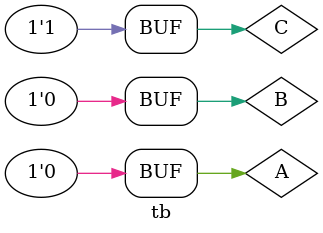
<source format=v>
module tb();

    reg A,B,C;
    wire Q;


    combinational_circuit dut (
                                .A(A),
                                .B(B),
                                .C(C),
                                .Q(Q)
    );

    initial begin 

        A <= 1'b0;
        B <= 1'b1;
        C <= 1'b0;
        #100;

        A <= 1'b0;
        B <= 1'b0;
        C <= 1'b1;
        #100;

    end 

    initial begin

        $dumpfile("dump.vsd");
        $dumpvars(0);

    end
endmodule
</source>
